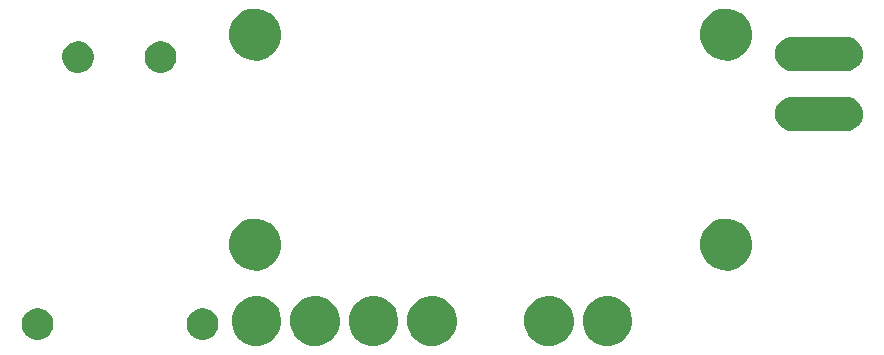
<source format=gbs>
G04 #@! TF.FileFunction,Soldermask,Bot*
%FSLAX46Y46*%
G04 Gerber Fmt 4.6, Leading zero omitted, Abs format (unit mm)*
G04 Created by KiCad (PCBNEW 4.0.7) date 02/27/21 15:52:34*
%MOMM*%
%LPD*%
G01*
G04 APERTURE LIST*
%ADD10C,0.100000*%
G04 APERTURE END LIST*
D10*
G36*
X41242097Y-62920396D02*
X41646480Y-63003405D01*
X42027035Y-63163375D01*
X42369275Y-63394220D01*
X42660155Y-63687136D01*
X42888603Y-64030979D01*
X43045914Y-64412644D01*
X43125925Y-64816726D01*
X43125925Y-64816758D01*
X43126090Y-64817594D01*
X43119506Y-65289103D01*
X43119316Y-65289938D01*
X43119316Y-65289962D01*
X43028053Y-65691661D01*
X42860148Y-66068781D01*
X42622189Y-66406108D01*
X42323240Y-66690794D01*
X41974691Y-66911990D01*
X41589819Y-67061272D01*
X41183277Y-67132956D01*
X40770551Y-67124311D01*
X40367370Y-67035666D01*
X39989085Y-66870397D01*
X39650103Y-66634798D01*
X39363339Y-66337845D01*
X39139716Y-65990850D01*
X38987747Y-65607023D01*
X38913228Y-65200997D01*
X38918992Y-64788219D01*
X39004819Y-64384433D01*
X39167445Y-64004998D01*
X39400670Y-63664382D01*
X39695612Y-63375552D01*
X40041041Y-63149511D01*
X40423794Y-62994868D01*
X40829295Y-62917515D01*
X41242097Y-62920396D01*
X41242097Y-62920396D01*
G37*
G36*
X36289097Y-62920396D02*
X36693480Y-63003405D01*
X37074035Y-63163375D01*
X37416275Y-63394220D01*
X37707155Y-63687136D01*
X37935603Y-64030979D01*
X38092914Y-64412644D01*
X38172925Y-64816726D01*
X38172925Y-64816758D01*
X38173090Y-64817594D01*
X38166506Y-65289103D01*
X38166316Y-65289938D01*
X38166316Y-65289962D01*
X38075053Y-65691661D01*
X37907148Y-66068781D01*
X37669189Y-66406108D01*
X37370240Y-66690794D01*
X37021691Y-66911990D01*
X36636819Y-67061272D01*
X36230277Y-67132956D01*
X35817551Y-67124311D01*
X35414370Y-67035666D01*
X35036085Y-66870397D01*
X34697103Y-66634798D01*
X34410339Y-66337845D01*
X34186716Y-65990850D01*
X34034747Y-65607023D01*
X33960228Y-65200997D01*
X33965992Y-64788219D01*
X34051819Y-64384433D01*
X34214445Y-64004998D01*
X34447670Y-63664382D01*
X34742612Y-63375552D01*
X35088041Y-63149511D01*
X35470794Y-62994868D01*
X35876295Y-62917515D01*
X36289097Y-62920396D01*
X36289097Y-62920396D01*
G37*
G36*
X66007097Y-62920396D02*
X66411480Y-63003405D01*
X66792035Y-63163375D01*
X67134275Y-63394220D01*
X67425155Y-63687136D01*
X67653603Y-64030979D01*
X67810914Y-64412644D01*
X67890925Y-64816726D01*
X67890925Y-64816758D01*
X67891090Y-64817594D01*
X67884506Y-65289103D01*
X67884316Y-65289938D01*
X67884316Y-65289962D01*
X67793053Y-65691661D01*
X67625148Y-66068781D01*
X67387189Y-66406108D01*
X67088240Y-66690794D01*
X66739691Y-66911990D01*
X66354819Y-67061272D01*
X65948277Y-67132956D01*
X65535551Y-67124311D01*
X65132370Y-67035666D01*
X64754085Y-66870397D01*
X64415103Y-66634798D01*
X64128339Y-66337845D01*
X63904716Y-65990850D01*
X63752747Y-65607023D01*
X63678228Y-65200997D01*
X63683992Y-64788219D01*
X63769819Y-64384433D01*
X63932445Y-64004998D01*
X64165670Y-63664382D01*
X64460612Y-63375552D01*
X64806041Y-63149511D01*
X65188794Y-62994868D01*
X65594295Y-62917515D01*
X66007097Y-62920396D01*
X66007097Y-62920396D01*
G37*
G36*
X61054097Y-62920396D02*
X61458480Y-63003405D01*
X61839035Y-63163375D01*
X62181275Y-63394220D01*
X62472155Y-63687136D01*
X62700603Y-64030979D01*
X62857914Y-64412644D01*
X62937925Y-64816726D01*
X62937925Y-64816758D01*
X62938090Y-64817594D01*
X62931506Y-65289103D01*
X62931316Y-65289938D01*
X62931316Y-65289962D01*
X62840053Y-65691661D01*
X62672148Y-66068781D01*
X62434189Y-66406108D01*
X62135240Y-66690794D01*
X61786691Y-66911990D01*
X61401819Y-67061272D01*
X60995277Y-67132956D01*
X60582551Y-67124311D01*
X60179370Y-67035666D01*
X59801085Y-66870397D01*
X59462103Y-66634798D01*
X59175339Y-66337845D01*
X58951716Y-65990850D01*
X58799747Y-65607023D01*
X58725228Y-65200997D01*
X58730992Y-64788219D01*
X58816819Y-64384433D01*
X58979445Y-64004998D01*
X59212670Y-63664382D01*
X59507612Y-63375552D01*
X59853041Y-63149511D01*
X60235794Y-62994868D01*
X60641295Y-62917515D01*
X61054097Y-62920396D01*
X61054097Y-62920396D01*
G37*
G36*
X46195097Y-62920396D02*
X46599480Y-63003405D01*
X46980035Y-63163375D01*
X47322275Y-63394220D01*
X47613155Y-63687136D01*
X47841603Y-64030979D01*
X47998914Y-64412644D01*
X48078925Y-64816726D01*
X48078925Y-64816758D01*
X48079090Y-64817594D01*
X48072506Y-65289103D01*
X48072316Y-65289938D01*
X48072316Y-65289962D01*
X47981053Y-65691661D01*
X47813148Y-66068781D01*
X47575189Y-66406108D01*
X47276240Y-66690794D01*
X46927691Y-66911990D01*
X46542819Y-67061272D01*
X46136277Y-67132956D01*
X45723551Y-67124311D01*
X45320370Y-67035666D01*
X44942085Y-66870397D01*
X44603103Y-66634798D01*
X44316339Y-66337845D01*
X44092716Y-65990850D01*
X43940747Y-65607023D01*
X43866228Y-65200997D01*
X43871992Y-64788219D01*
X43957819Y-64384433D01*
X44120445Y-64004998D01*
X44353670Y-63664382D01*
X44648612Y-63375552D01*
X44994041Y-63149511D01*
X45376794Y-62994868D01*
X45782295Y-62917515D01*
X46195097Y-62920396D01*
X46195097Y-62920396D01*
G37*
G36*
X51148097Y-62920396D02*
X51552480Y-63003405D01*
X51933035Y-63163375D01*
X52275275Y-63394220D01*
X52566155Y-63687136D01*
X52794603Y-64030979D01*
X52951914Y-64412644D01*
X53031925Y-64816726D01*
X53031925Y-64816758D01*
X53032090Y-64817594D01*
X53025506Y-65289103D01*
X53025316Y-65289938D01*
X53025316Y-65289962D01*
X52934053Y-65691661D01*
X52766148Y-66068781D01*
X52528189Y-66406108D01*
X52229240Y-66690794D01*
X51880691Y-66911990D01*
X51495819Y-67061272D01*
X51089277Y-67132956D01*
X50676551Y-67124311D01*
X50273370Y-67035666D01*
X49895085Y-66870397D01*
X49556103Y-66634798D01*
X49269339Y-66337845D01*
X49045716Y-65990850D01*
X48893747Y-65607023D01*
X48819228Y-65200997D01*
X48824992Y-64788219D01*
X48910819Y-64384433D01*
X49073445Y-64004998D01*
X49306670Y-63664382D01*
X49601612Y-63375552D01*
X49947041Y-63149511D01*
X50329794Y-62994868D01*
X50735295Y-62917515D01*
X51148097Y-62920396D01*
X51148097Y-62920396D01*
G37*
G36*
X31637061Y-63935889D02*
X31895058Y-63988848D01*
X32137857Y-64090912D01*
X32356208Y-64238192D01*
X32541790Y-64425073D01*
X32687542Y-64644447D01*
X32787907Y-64887952D01*
X32838892Y-65145443D01*
X32838892Y-65145476D01*
X32839057Y-65146312D01*
X32834857Y-65447137D01*
X32834666Y-65447976D01*
X32834666Y-65447997D01*
X32776511Y-65703972D01*
X32669387Y-65944576D01*
X32517569Y-66159793D01*
X32326836Y-66341424D01*
X32104464Y-66482546D01*
X31858906Y-66577792D01*
X31599534Y-66623526D01*
X31336211Y-66618010D01*
X31078980Y-66561454D01*
X30837633Y-66456012D01*
X30621356Y-66305696D01*
X30438405Y-66116245D01*
X30295728Y-65894853D01*
X30198773Y-65649973D01*
X30151229Y-65390926D01*
X30154907Y-65127569D01*
X30209665Y-64869953D01*
X30313421Y-64627871D01*
X30462220Y-64410556D01*
X30650396Y-64226281D01*
X30870781Y-64082065D01*
X31114979Y-63983403D01*
X31373692Y-63934051D01*
X31637061Y-63935889D01*
X31637061Y-63935889D01*
G37*
G36*
X17667061Y-63935889D02*
X17925058Y-63988848D01*
X18167857Y-64090912D01*
X18386208Y-64238192D01*
X18571790Y-64425073D01*
X18717542Y-64644447D01*
X18817907Y-64887952D01*
X18868892Y-65145443D01*
X18868892Y-65145476D01*
X18869057Y-65146312D01*
X18864857Y-65447137D01*
X18864666Y-65447976D01*
X18864666Y-65447997D01*
X18806511Y-65703972D01*
X18699387Y-65944576D01*
X18547569Y-66159793D01*
X18356836Y-66341424D01*
X18134464Y-66482546D01*
X17888906Y-66577792D01*
X17629534Y-66623526D01*
X17366211Y-66618010D01*
X17108980Y-66561454D01*
X16867633Y-66456012D01*
X16651356Y-66305696D01*
X16468405Y-66116245D01*
X16325728Y-65894853D01*
X16228773Y-65649973D01*
X16181229Y-65390926D01*
X16184907Y-65127569D01*
X16239665Y-64869953D01*
X16343421Y-64627871D01*
X16492220Y-64410556D01*
X16680396Y-64226281D01*
X16900781Y-64082065D01*
X17144979Y-63983403D01*
X17403692Y-63934051D01*
X17667061Y-63935889D01*
X17667061Y-63935889D01*
G37*
G36*
X76050076Y-56348459D02*
X76472708Y-56435214D01*
X76870438Y-56602404D01*
X77228121Y-56843664D01*
X77532132Y-57149806D01*
X77770889Y-57509163D01*
X77935300Y-57908053D01*
X78018929Y-58330410D01*
X78018929Y-58330443D01*
X78019094Y-58331279D01*
X78012213Y-58824067D01*
X78012023Y-58824902D01*
X78012023Y-58824928D01*
X77916633Y-59244792D01*
X77741150Y-59638933D01*
X77492453Y-59991484D01*
X77180013Y-60289015D01*
X76815729Y-60520198D01*
X76413490Y-60676216D01*
X75988601Y-60751134D01*
X75557248Y-60742100D01*
X75135871Y-60649454D01*
X74740514Y-60476726D01*
X74386230Y-60230493D01*
X74086528Y-59920143D01*
X73852812Y-59557485D01*
X73693985Y-59156336D01*
X73616103Y-58731985D01*
X73622127Y-58300578D01*
X73711827Y-57878568D01*
X73881793Y-57482010D01*
X74125543Y-57126021D01*
X74433797Y-56824157D01*
X74794815Y-56587914D01*
X75194842Y-56426292D01*
X75618644Y-56345448D01*
X76050076Y-56348459D01*
X76050076Y-56348459D01*
G37*
G36*
X36172076Y-56348459D02*
X36594708Y-56435214D01*
X36992438Y-56602404D01*
X37350121Y-56843664D01*
X37654132Y-57149806D01*
X37892889Y-57509163D01*
X38057300Y-57908053D01*
X38140929Y-58330410D01*
X38140929Y-58330443D01*
X38141094Y-58331279D01*
X38134213Y-58824067D01*
X38134023Y-58824902D01*
X38134023Y-58824928D01*
X38038633Y-59244792D01*
X37863150Y-59638933D01*
X37614453Y-59991484D01*
X37302013Y-60289015D01*
X36937729Y-60520198D01*
X36535490Y-60676216D01*
X36110601Y-60751134D01*
X35679248Y-60742100D01*
X35257871Y-60649454D01*
X34862514Y-60476726D01*
X34508230Y-60230493D01*
X34208528Y-59920143D01*
X33974812Y-59557485D01*
X33815985Y-59156336D01*
X33738103Y-58731985D01*
X33744127Y-58300578D01*
X33833827Y-57878568D01*
X34003793Y-57482010D01*
X34247543Y-57126021D01*
X34555797Y-56824157D01*
X34916815Y-56587914D01*
X35316842Y-56426292D01*
X35740644Y-56345448D01*
X36172076Y-56348459D01*
X36172076Y-56348459D01*
G37*
G36*
X85976073Y-46048105D02*
X85976079Y-46048106D01*
X85981148Y-46048141D01*
X86262375Y-46079686D01*
X86532119Y-46165254D01*
X86780105Y-46301585D01*
X86996888Y-46483488D01*
X87174211Y-46704033D01*
X87305320Y-46954820D01*
X87385220Y-47226297D01*
X87385228Y-47226384D01*
X87385234Y-47226405D01*
X87410873Y-47508122D01*
X87381305Y-47789440D01*
X87381297Y-47789465D01*
X87381287Y-47789563D01*
X87297605Y-48059898D01*
X87163007Y-48308830D01*
X86982623Y-48526878D01*
X86763321Y-48705736D01*
X86513455Y-48838592D01*
X86242543Y-48920385D01*
X85960903Y-48948000D01*
X81424939Y-48948000D01*
X81409927Y-48947895D01*
X81409921Y-48947894D01*
X81404852Y-48947859D01*
X81123625Y-48916314D01*
X80853881Y-48830746D01*
X80605895Y-48694415D01*
X80389112Y-48512512D01*
X80211789Y-48291967D01*
X80080680Y-48041180D01*
X80000780Y-47769703D01*
X80000772Y-47769616D01*
X80000766Y-47769595D01*
X79975127Y-47487878D01*
X80004695Y-47206560D01*
X80004703Y-47206535D01*
X80004713Y-47206437D01*
X80088395Y-46936102D01*
X80222993Y-46687170D01*
X80403377Y-46469122D01*
X80622679Y-46290264D01*
X80872545Y-46157408D01*
X81143457Y-46075615D01*
X81425097Y-46048000D01*
X85961061Y-46048000D01*
X85976073Y-46048105D01*
X85976073Y-46048105D01*
G37*
G36*
X28081061Y-41329889D02*
X28339058Y-41382848D01*
X28581857Y-41484912D01*
X28800208Y-41632192D01*
X28985790Y-41819073D01*
X29131542Y-42038447D01*
X29231907Y-42281952D01*
X29282892Y-42539443D01*
X29282892Y-42539476D01*
X29283057Y-42540312D01*
X29278857Y-42841137D01*
X29278666Y-42841976D01*
X29278666Y-42841997D01*
X29220511Y-43097972D01*
X29113387Y-43338576D01*
X28961569Y-43553793D01*
X28770836Y-43735424D01*
X28548464Y-43876546D01*
X28302906Y-43971792D01*
X28043534Y-44017526D01*
X27780211Y-44012010D01*
X27522980Y-43955454D01*
X27281633Y-43850012D01*
X27065356Y-43699696D01*
X26882405Y-43510245D01*
X26739728Y-43288853D01*
X26642773Y-43043973D01*
X26595229Y-42784926D01*
X26598907Y-42521569D01*
X26653665Y-42263953D01*
X26757421Y-42021871D01*
X26906220Y-41804556D01*
X27094396Y-41620281D01*
X27314781Y-41476065D01*
X27558979Y-41377403D01*
X27817692Y-41328051D01*
X28081061Y-41329889D01*
X28081061Y-41329889D01*
G37*
G36*
X21096061Y-41329889D02*
X21354058Y-41382848D01*
X21596857Y-41484912D01*
X21815208Y-41632192D01*
X22000790Y-41819073D01*
X22146542Y-42038447D01*
X22246907Y-42281952D01*
X22297892Y-42539443D01*
X22297892Y-42539476D01*
X22298057Y-42540312D01*
X22293857Y-42841137D01*
X22293666Y-42841976D01*
X22293666Y-42841997D01*
X22235511Y-43097972D01*
X22128387Y-43338576D01*
X21976569Y-43553793D01*
X21785836Y-43735424D01*
X21563464Y-43876546D01*
X21317906Y-43971792D01*
X21058534Y-44017526D01*
X20795211Y-44012010D01*
X20537980Y-43955454D01*
X20296633Y-43850012D01*
X20080356Y-43699696D01*
X19897405Y-43510245D01*
X19754728Y-43288853D01*
X19657773Y-43043973D01*
X19610229Y-42784926D01*
X19613907Y-42521569D01*
X19668665Y-42263953D01*
X19772421Y-42021871D01*
X19921220Y-41804556D01*
X20109396Y-41620281D01*
X20329781Y-41476065D01*
X20573979Y-41377403D01*
X20832692Y-41328051D01*
X21096061Y-41329889D01*
X21096061Y-41329889D01*
G37*
G36*
X85976073Y-40968105D02*
X85976079Y-40968106D01*
X85981148Y-40968141D01*
X86262375Y-40999686D01*
X86532119Y-41085254D01*
X86780105Y-41221585D01*
X86996888Y-41403488D01*
X87174211Y-41624033D01*
X87305320Y-41874820D01*
X87385220Y-42146297D01*
X87385228Y-42146384D01*
X87385234Y-42146405D01*
X87410873Y-42428122D01*
X87381305Y-42709440D01*
X87381297Y-42709465D01*
X87381287Y-42709563D01*
X87297605Y-42979898D01*
X87163007Y-43228830D01*
X86982623Y-43446878D01*
X86763321Y-43625736D01*
X86513455Y-43758592D01*
X86242543Y-43840385D01*
X85960903Y-43868000D01*
X81424939Y-43868000D01*
X81409927Y-43867895D01*
X81409921Y-43867894D01*
X81404852Y-43867859D01*
X81123625Y-43836314D01*
X80853881Y-43750746D01*
X80605895Y-43614415D01*
X80389112Y-43432512D01*
X80211789Y-43211967D01*
X80080680Y-42961180D01*
X80000780Y-42689703D01*
X80000772Y-42689616D01*
X80000766Y-42689595D01*
X79975127Y-42407878D01*
X80004695Y-42126560D01*
X80004703Y-42126535D01*
X80004713Y-42126437D01*
X80088395Y-41856102D01*
X80222993Y-41607170D01*
X80403377Y-41389122D01*
X80622679Y-41210264D01*
X80872545Y-41077408D01*
X81143457Y-40995615D01*
X81425097Y-40968000D01*
X85961061Y-40968000D01*
X85976073Y-40968105D01*
X85976073Y-40968105D01*
G37*
G36*
X76050076Y-38568459D02*
X76472708Y-38655214D01*
X76870438Y-38822404D01*
X77228121Y-39063664D01*
X77532132Y-39369806D01*
X77770889Y-39729163D01*
X77935300Y-40128053D01*
X78018929Y-40550410D01*
X78018929Y-40550443D01*
X78019094Y-40551279D01*
X78012213Y-41044067D01*
X78012023Y-41044902D01*
X78012023Y-41044928D01*
X77916633Y-41464792D01*
X77741150Y-41858933D01*
X77492453Y-42211484D01*
X77180013Y-42509015D01*
X76815729Y-42740198D01*
X76413490Y-42896216D01*
X75988601Y-42971134D01*
X75557248Y-42962100D01*
X75135871Y-42869454D01*
X74740514Y-42696726D01*
X74386230Y-42450493D01*
X74086528Y-42140143D01*
X73852812Y-41777485D01*
X73693985Y-41376336D01*
X73616103Y-40951985D01*
X73622127Y-40520578D01*
X73711827Y-40098568D01*
X73881793Y-39702010D01*
X74125543Y-39346021D01*
X74433797Y-39044157D01*
X74794815Y-38807914D01*
X75194842Y-38646292D01*
X75618644Y-38565448D01*
X76050076Y-38568459D01*
X76050076Y-38568459D01*
G37*
G36*
X36172076Y-38568459D02*
X36594708Y-38655214D01*
X36992438Y-38822404D01*
X37350121Y-39063664D01*
X37654132Y-39369806D01*
X37892889Y-39729163D01*
X38057300Y-40128053D01*
X38140929Y-40550410D01*
X38140929Y-40550443D01*
X38141094Y-40551279D01*
X38134213Y-41044067D01*
X38134023Y-41044902D01*
X38134023Y-41044928D01*
X38038633Y-41464792D01*
X37863150Y-41858933D01*
X37614453Y-42211484D01*
X37302013Y-42509015D01*
X36937729Y-42740198D01*
X36535490Y-42896216D01*
X36110601Y-42971134D01*
X35679248Y-42962100D01*
X35257871Y-42869454D01*
X34862514Y-42696726D01*
X34508230Y-42450493D01*
X34208528Y-42140143D01*
X33974812Y-41777485D01*
X33815985Y-41376336D01*
X33738103Y-40951985D01*
X33744127Y-40520578D01*
X33833827Y-40098568D01*
X34003793Y-39702010D01*
X34247543Y-39346021D01*
X34555797Y-39044157D01*
X34916815Y-38807914D01*
X35316842Y-38646292D01*
X35740644Y-38565448D01*
X36172076Y-38568459D01*
X36172076Y-38568459D01*
G37*
M02*

</source>
